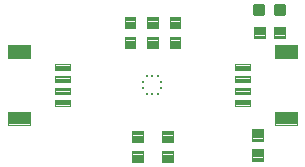
<source format=gtp>
G04 EAGLE Gerber RS-274X export*
G75*
%MOMM*%
%FSLAX34Y34*%
%LPD*%
%INSolderpaste Top*%
%IPPOS*%
%AMOC8*
5,1,8,0,0,1.08239X$1,22.5*%
G01*
%ADD10C,0.100000*%
%ADD11C,0.300000*%
%ADD12C,0.096000*%
%ADD13C,0.102000*%
%ADD14R,0.200000X0.225000*%
%ADD15R,0.225000X0.200000*%


D10*
X131500Y167950D02*
X131500Y157950D01*
X122500Y157950D01*
X122500Y167950D01*
X131500Y167950D01*
X131500Y158900D02*
X122500Y158900D01*
X122500Y159850D02*
X131500Y159850D01*
X131500Y160800D02*
X122500Y160800D01*
X122500Y161750D02*
X131500Y161750D01*
X131500Y162700D02*
X122500Y162700D01*
X122500Y163650D02*
X131500Y163650D01*
X131500Y164600D02*
X122500Y164600D01*
X122500Y165550D02*
X131500Y165550D01*
X131500Y166500D02*
X122500Y166500D01*
X122500Y167450D02*
X131500Y167450D01*
X131500Y174950D02*
X131500Y184950D01*
X131500Y174950D02*
X122500Y174950D01*
X122500Y184950D01*
X131500Y184950D01*
X131500Y175900D02*
X122500Y175900D01*
X122500Y176850D02*
X131500Y176850D01*
X131500Y177800D02*
X122500Y177800D01*
X122500Y178750D02*
X131500Y178750D01*
X131500Y179700D02*
X122500Y179700D01*
X122500Y180650D02*
X131500Y180650D01*
X131500Y181600D02*
X122500Y181600D01*
X122500Y182550D02*
X131500Y182550D01*
X131500Y183500D02*
X122500Y183500D01*
X122500Y184450D02*
X131500Y184450D01*
D11*
X231330Y187000D02*
X231330Y194000D01*
X238330Y194000D01*
X238330Y187000D01*
X231330Y187000D01*
X231330Y189850D02*
X238330Y189850D01*
X238330Y192700D02*
X231330Y192700D01*
X213790Y194000D02*
X213790Y187000D01*
X213790Y194000D02*
X220790Y194000D01*
X220790Y187000D01*
X213790Y187000D01*
X213790Y189850D02*
X220790Y189850D01*
X220790Y192700D02*
X213790Y192700D01*
D12*
X4530Y160520D02*
X4530Y149480D01*
X4530Y160520D02*
X23570Y160520D01*
X23570Y149480D01*
X4530Y149480D01*
X4530Y150392D02*
X23570Y150392D01*
X23570Y151304D02*
X4530Y151304D01*
X4530Y152216D02*
X23570Y152216D01*
X23570Y153128D02*
X4530Y153128D01*
X4530Y154040D02*
X23570Y154040D01*
X23570Y154952D02*
X4530Y154952D01*
X4530Y155864D02*
X23570Y155864D01*
X23570Y156776D02*
X4530Y156776D01*
X4530Y157688D02*
X23570Y157688D01*
X23570Y158600D02*
X4530Y158600D01*
X4530Y159512D02*
X23570Y159512D01*
X23570Y160424D02*
X4530Y160424D01*
X4530Y104520D02*
X4530Y93480D01*
X4530Y104520D02*
X23570Y104520D01*
X23570Y93480D01*
X4530Y93480D01*
X4530Y94392D02*
X23570Y94392D01*
X23570Y95304D02*
X4530Y95304D01*
X4530Y96216D02*
X23570Y96216D01*
X23570Y97128D02*
X4530Y97128D01*
X4530Y98040D02*
X23570Y98040D01*
X23570Y98952D02*
X4530Y98952D01*
X4530Y99864D02*
X23570Y99864D01*
X23570Y100776D02*
X4530Y100776D01*
X4530Y101688D02*
X23570Y101688D01*
X23570Y102600D02*
X4530Y102600D01*
X4530Y103512D02*
X23570Y103512D01*
X23570Y104424D02*
X4530Y104424D01*
D13*
X44560Y139510D02*
X44560Y144490D01*
X57040Y144490D01*
X57040Y139510D01*
X44560Y139510D01*
X44560Y140479D02*
X57040Y140479D01*
X57040Y141448D02*
X44560Y141448D01*
X44560Y142417D02*
X57040Y142417D01*
X57040Y143386D02*
X44560Y143386D01*
X44560Y144355D02*
X57040Y144355D01*
X44560Y134490D02*
X44560Y129510D01*
X44560Y134490D02*
X57040Y134490D01*
X57040Y129510D01*
X44560Y129510D01*
X44560Y130479D02*
X57040Y130479D01*
X57040Y131448D02*
X44560Y131448D01*
X44560Y132417D02*
X57040Y132417D01*
X57040Y133386D02*
X44560Y133386D01*
X44560Y134355D02*
X57040Y134355D01*
X44560Y124490D02*
X44560Y119510D01*
X44560Y124490D02*
X57040Y124490D01*
X57040Y119510D01*
X44560Y119510D01*
X44560Y120479D02*
X57040Y120479D01*
X57040Y121448D02*
X44560Y121448D01*
X44560Y122417D02*
X57040Y122417D01*
X57040Y123386D02*
X44560Y123386D01*
X44560Y124355D02*
X57040Y124355D01*
X44560Y114490D02*
X44560Y109510D01*
X44560Y114490D02*
X57040Y114490D01*
X57040Y109510D01*
X44560Y109510D01*
X44560Y110479D02*
X57040Y110479D01*
X57040Y111448D02*
X44560Y111448D01*
X44560Y112417D02*
X57040Y112417D01*
X57040Y113386D02*
X44560Y113386D01*
X44560Y114355D02*
X57040Y114355D01*
D12*
X249470Y104520D02*
X249470Y93480D01*
X230430Y93480D01*
X230430Y104520D01*
X249470Y104520D01*
X249470Y94392D02*
X230430Y94392D01*
X230430Y95304D02*
X249470Y95304D01*
X249470Y96216D02*
X230430Y96216D01*
X230430Y97128D02*
X249470Y97128D01*
X249470Y98040D02*
X230430Y98040D01*
X230430Y98952D02*
X249470Y98952D01*
X249470Y99864D02*
X230430Y99864D01*
X230430Y100776D02*
X249470Y100776D01*
X249470Y101688D02*
X230430Y101688D01*
X230430Y102600D02*
X249470Y102600D01*
X249470Y103512D02*
X230430Y103512D01*
X230430Y104424D02*
X249470Y104424D01*
X249470Y149480D02*
X249470Y160520D01*
X249470Y149480D02*
X230430Y149480D01*
X230430Y160520D01*
X249470Y160520D01*
X249470Y150392D02*
X230430Y150392D01*
X230430Y151304D02*
X249470Y151304D01*
X249470Y152216D02*
X230430Y152216D01*
X230430Y153128D02*
X249470Y153128D01*
X249470Y154040D02*
X230430Y154040D01*
X230430Y154952D02*
X249470Y154952D01*
X249470Y155864D02*
X230430Y155864D01*
X230430Y156776D02*
X249470Y156776D01*
X249470Y157688D02*
X230430Y157688D01*
X230430Y158600D02*
X249470Y158600D01*
X249470Y159512D02*
X230430Y159512D01*
X230430Y160424D02*
X249470Y160424D01*
D13*
X209440Y114490D02*
X209440Y109510D01*
X196960Y109510D01*
X196960Y114490D01*
X209440Y114490D01*
X209440Y110479D02*
X196960Y110479D01*
X196960Y111448D02*
X209440Y111448D01*
X209440Y112417D02*
X196960Y112417D01*
X196960Y113386D02*
X209440Y113386D01*
X209440Y114355D02*
X196960Y114355D01*
X209440Y119510D02*
X209440Y124490D01*
X209440Y119510D02*
X196960Y119510D01*
X196960Y124490D01*
X209440Y124490D01*
X209440Y120479D02*
X196960Y120479D01*
X196960Y121448D02*
X209440Y121448D01*
X209440Y122417D02*
X196960Y122417D01*
X196960Y123386D02*
X209440Y123386D01*
X209440Y124355D02*
X196960Y124355D01*
X209440Y129510D02*
X209440Y134490D01*
X209440Y129510D02*
X196960Y129510D01*
X196960Y134490D01*
X209440Y134490D01*
X209440Y130479D02*
X196960Y130479D01*
X196960Y131448D02*
X209440Y131448D01*
X209440Y132417D02*
X196960Y132417D01*
X196960Y133386D02*
X209440Y133386D01*
X209440Y134355D02*
X196960Y134355D01*
X209440Y139510D02*
X209440Y144490D01*
X209440Y139510D02*
X196960Y139510D01*
X196960Y144490D01*
X209440Y144490D01*
X209440Y140479D02*
X196960Y140479D01*
X196960Y141448D02*
X209440Y141448D01*
X209440Y142417D02*
X196960Y142417D01*
X196960Y143386D02*
X209440Y143386D01*
X209440Y144355D02*
X196960Y144355D01*
D10*
X118800Y71430D02*
X118800Y61430D01*
X109800Y61430D01*
X109800Y71430D01*
X118800Y71430D01*
X118800Y62380D02*
X109800Y62380D01*
X109800Y63330D02*
X118800Y63330D01*
X118800Y64280D02*
X109800Y64280D01*
X109800Y65230D02*
X118800Y65230D01*
X118800Y66180D02*
X109800Y66180D01*
X109800Y67130D02*
X118800Y67130D01*
X118800Y68080D02*
X109800Y68080D01*
X109800Y69030D02*
X118800Y69030D01*
X118800Y69980D02*
X109800Y69980D01*
X109800Y70930D02*
X118800Y70930D01*
X118800Y78430D02*
X118800Y88430D01*
X118800Y78430D02*
X109800Y78430D01*
X109800Y88430D01*
X118800Y88430D01*
X118800Y79380D02*
X109800Y79380D01*
X109800Y80330D02*
X118800Y80330D01*
X118800Y81280D02*
X109800Y81280D01*
X109800Y82230D02*
X118800Y82230D01*
X118800Y83180D02*
X109800Y83180D01*
X109800Y84130D02*
X118800Y84130D01*
X118800Y85080D02*
X109800Y85080D01*
X109800Y86030D02*
X118800Y86030D01*
X118800Y86980D02*
X109800Y86980D01*
X109800Y87930D02*
X118800Y87930D01*
X135200Y88430D02*
X135200Y78430D01*
X135200Y88430D02*
X144200Y88430D01*
X144200Y78430D01*
X135200Y78430D01*
X135200Y79380D02*
X144200Y79380D01*
X144200Y80330D02*
X135200Y80330D01*
X135200Y81280D02*
X144200Y81280D01*
X144200Y82230D02*
X135200Y82230D01*
X135200Y83180D02*
X144200Y83180D01*
X144200Y84130D02*
X135200Y84130D01*
X135200Y85080D02*
X144200Y85080D01*
X144200Y86030D02*
X135200Y86030D01*
X135200Y86980D02*
X144200Y86980D01*
X144200Y87930D02*
X135200Y87930D01*
X135200Y71430D02*
X135200Y61430D01*
X135200Y71430D02*
X144200Y71430D01*
X144200Y61430D01*
X135200Y61430D01*
X135200Y62380D02*
X144200Y62380D01*
X144200Y63330D02*
X135200Y63330D01*
X135200Y64280D02*
X144200Y64280D01*
X144200Y65230D02*
X135200Y65230D01*
X135200Y66180D02*
X144200Y66180D01*
X144200Y67130D02*
X135200Y67130D01*
X135200Y68080D02*
X144200Y68080D01*
X144200Y69030D02*
X135200Y69030D01*
X135200Y69980D02*
X144200Y69980D01*
X144200Y70930D02*
X135200Y70930D01*
X103450Y174950D02*
X103450Y184950D01*
X112450Y184950D01*
X112450Y174950D01*
X103450Y174950D01*
X103450Y175900D02*
X112450Y175900D01*
X112450Y176850D02*
X103450Y176850D01*
X103450Y177800D02*
X112450Y177800D01*
X112450Y178750D02*
X103450Y178750D01*
X103450Y179700D02*
X112450Y179700D01*
X112450Y180650D02*
X103450Y180650D01*
X103450Y181600D02*
X112450Y181600D01*
X112450Y182550D02*
X103450Y182550D01*
X103450Y183500D02*
X112450Y183500D01*
X112450Y184450D02*
X103450Y184450D01*
X103450Y167950D02*
X103450Y157950D01*
X103450Y167950D02*
X112450Y167950D01*
X112450Y157950D01*
X103450Y157950D01*
X103450Y158900D02*
X112450Y158900D01*
X112450Y159850D02*
X103450Y159850D01*
X103450Y160800D02*
X112450Y160800D01*
X112450Y161750D02*
X103450Y161750D01*
X103450Y162700D02*
X112450Y162700D01*
X112450Y163650D02*
X103450Y163650D01*
X103450Y164600D02*
X112450Y164600D01*
X112450Y165550D02*
X103450Y165550D01*
X103450Y166500D02*
X112450Y166500D01*
X112450Y167450D02*
X103450Y167450D01*
X150550Y167950D02*
X150550Y157950D01*
X141550Y157950D01*
X141550Y167950D01*
X150550Y167950D01*
X150550Y158900D02*
X141550Y158900D01*
X141550Y159850D02*
X150550Y159850D01*
X150550Y160800D02*
X141550Y160800D01*
X141550Y161750D02*
X150550Y161750D01*
X150550Y162700D02*
X141550Y162700D01*
X141550Y163650D02*
X150550Y163650D01*
X150550Y164600D02*
X141550Y164600D01*
X141550Y165550D02*
X150550Y165550D01*
X150550Y166500D02*
X141550Y166500D01*
X141550Y167450D02*
X150550Y167450D01*
X150550Y174950D02*
X150550Y184950D01*
X150550Y174950D02*
X141550Y174950D01*
X141550Y184950D01*
X150550Y184950D01*
X150550Y175900D02*
X141550Y175900D01*
X141550Y176850D02*
X150550Y176850D01*
X150550Y177800D02*
X141550Y177800D01*
X141550Y178750D02*
X150550Y178750D01*
X150550Y179700D02*
X141550Y179700D01*
X141550Y180650D02*
X150550Y180650D01*
X150550Y181600D02*
X141550Y181600D01*
X141550Y182550D02*
X150550Y182550D01*
X150550Y183500D02*
X141550Y183500D01*
X141550Y184450D02*
X150550Y184450D01*
X212560Y166950D02*
X222560Y166950D01*
X212560Y166950D02*
X212560Y175950D01*
X222560Y175950D01*
X222560Y166950D01*
X222560Y167900D02*
X212560Y167900D01*
X212560Y168850D02*
X222560Y168850D01*
X222560Y169800D02*
X212560Y169800D01*
X212560Y170750D02*
X222560Y170750D01*
X222560Y171700D02*
X212560Y171700D01*
X212560Y172650D02*
X222560Y172650D01*
X222560Y173600D02*
X212560Y173600D01*
X212560Y174550D02*
X222560Y174550D01*
X222560Y175500D02*
X212560Y175500D01*
X229560Y166950D02*
X239560Y166950D01*
X229560Y166950D02*
X229560Y175950D01*
X239560Y175950D01*
X239560Y166950D01*
X239560Y167900D02*
X229560Y167900D01*
X229560Y168850D02*
X239560Y168850D01*
X239560Y169800D02*
X229560Y169800D01*
X229560Y170750D02*
X239560Y170750D01*
X239560Y171700D02*
X229560Y171700D01*
X229560Y172650D02*
X239560Y172650D01*
X239560Y173600D02*
X229560Y173600D01*
X229560Y174550D02*
X239560Y174550D01*
X239560Y175500D02*
X229560Y175500D01*
D14*
X127000Y134625D03*
X127000Y119375D03*
D15*
X119375Y124500D03*
X134625Y124500D03*
X119375Y129500D03*
X134625Y129500D03*
D14*
X122000Y134625D03*
X122000Y119375D03*
X132000Y134625D03*
X132000Y119375D03*
D10*
X220400Y72700D02*
X220400Y62700D01*
X211400Y62700D01*
X211400Y72700D01*
X220400Y72700D01*
X220400Y63650D02*
X211400Y63650D01*
X211400Y64600D02*
X220400Y64600D01*
X220400Y65550D02*
X211400Y65550D01*
X211400Y66500D02*
X220400Y66500D01*
X220400Y67450D02*
X211400Y67450D01*
X211400Y68400D02*
X220400Y68400D01*
X220400Y69350D02*
X211400Y69350D01*
X211400Y70300D02*
X220400Y70300D01*
X220400Y71250D02*
X211400Y71250D01*
X211400Y72200D02*
X220400Y72200D01*
X220400Y79700D02*
X220400Y89700D01*
X220400Y79700D02*
X211400Y79700D01*
X211400Y89700D01*
X220400Y89700D01*
X220400Y80650D02*
X211400Y80650D01*
X211400Y81600D02*
X220400Y81600D01*
X220400Y82550D02*
X211400Y82550D01*
X211400Y83500D02*
X220400Y83500D01*
X220400Y84450D02*
X211400Y84450D01*
X211400Y85400D02*
X220400Y85400D01*
X220400Y86350D02*
X211400Y86350D01*
X211400Y87300D02*
X220400Y87300D01*
X220400Y88250D02*
X211400Y88250D01*
X211400Y89200D02*
X220400Y89200D01*
M02*

</source>
